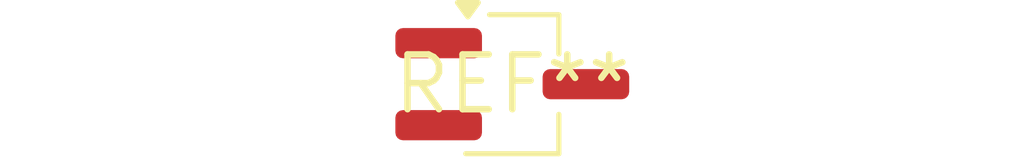
<source format=kicad_pcb>
(kicad_pcb (version 20240108) (generator pcbnew)
  (layers (0 "F.Cu" signal) (31 "B.Cu" signal) (34 "B.Paste" user) (35 "F.Paste" user) (36 "B.SilkS" user "B.Silkscreen") (37 "F.SilkS" user "F.Silkscreen") (38 "B.Mask" user) (39 "F.Mask" user) (44 "Edge.Cuts" user))
  (net 0 "")
  (footprint "SOT-23W_Handsoldering" (layer "F.Cu") (at 0 0)
    (property "Reference" "REF**")
    (property "Value" "SOT-23W_Handsoldering")
    (fp_line (start -1.075 1.61) (end 1.075 1.61) (layer "F.SilkS") (stroke (width 0.12)))
    (fp_line (start -0.525 -1.61) (end 1.075 -1.61) (layer "F.SilkS") (stroke (width 0.12)))
    (fp_line (start 1.075 -1.6) (end 1.075 -0.7) (layer "F.SilkS") (stroke (width 0.12)))
    (fp_line (start 1.075 0.7) (end 1.075 1.61) (layer "F.SilkS") (stroke (width 0.12)))
    (fp_poly (pts (xy -1.025 -1.56) (xy -1.265 -1.89) (xy -0.785 -1.89) (xy -1.025 -1.56)) (layer "F.SilkS") (stroke (width 0.12)) (fill solid))
    (pad "1" smd roundrect (at -1.7 -0.95) (size 2 0.7) (layers "F.Cu" "F.Paste" "F.Mask"))
    (pad "2" smd roundrect (at -1.7 0.95) (size 2 0.7) (layers "F.Cu" "F.Paste" "F.Mask"))
    (pad "3" smd roundrect (at 1.7 0) (size 2 0.7) (layers "F.Cu" "F.Paste" "F.Mask"))
  )
)
</source>
